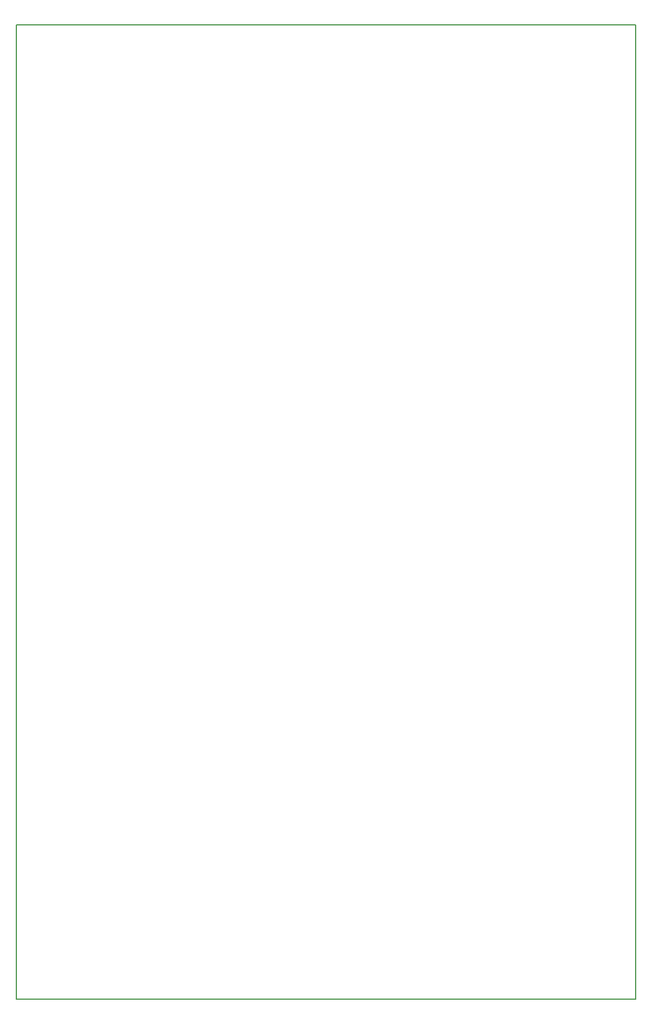
<source format=gbr>
G04 #@! TF.GenerationSoftware,KiCad,Pcbnew,5.0.2-bee76a0~70~ubuntu18.04.1*
G04 #@! TF.CreationDate,2019-10-02T22:03:34-04:00*
G04 #@! TF.ProjectId,Mother Board,4d6f7468-6572-4204-926f-6172642e6b69,rev?*
G04 #@! TF.SameCoordinates,Original*
G04 #@! TF.FileFunction,Profile,NP*
%FSLAX46Y46*%
G04 Gerber Fmt 4.6, Leading zero omitted, Abs format (unit mm)*
G04 Created by KiCad (PCBNEW 5.0.2-bee76a0~70~ubuntu18.04.1) date Wed 02 Oct 2019 10:03:34 PM EDT*
%MOMM*%
%LPD*%
G01*
G04 APERTURE LIST*
%ADD10C,0.200000*%
G04 APERTURE END LIST*
D10*
X83000000Y-204000000D02*
X83000000Y-58000000D01*
X176000000Y-204000000D02*
X83000000Y-204000000D01*
X176000000Y-58000000D02*
X176000000Y-204000000D01*
X83000000Y-58000000D02*
X176000000Y-58000000D01*
M02*

</source>
